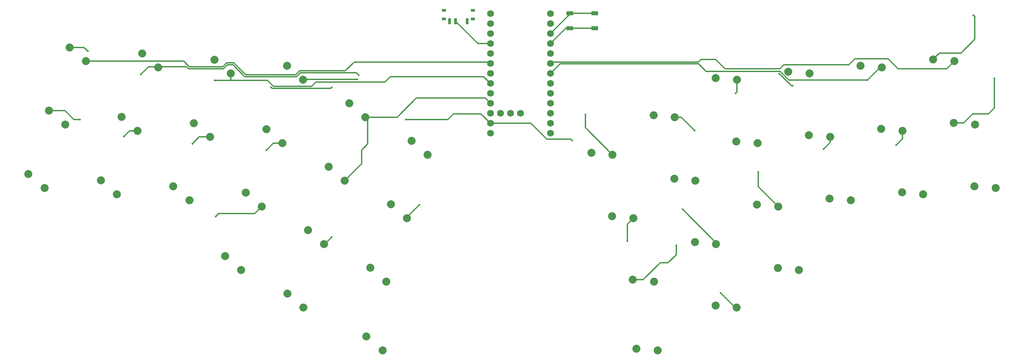
<source format=gtl>
G04 #@! TF.GenerationSoftware,KiCad,Pcbnew,8.0.4*
G04 #@! TF.CreationDate,2024-08-25T16:30:50+07:00*
G04 #@! TF.ProjectId,ozprey,6f7a7072-6579-42e6-9b69-6361645f7063,1.0*
G04 #@! TF.SameCoordinates,Original*
G04 #@! TF.FileFunction,Copper,L1,Top*
G04 #@! TF.FilePolarity,Positive*
%FSLAX46Y46*%
G04 Gerber Fmt 4.6, Leading zero omitted, Abs format (unit mm)*
G04 Created by KiCad (PCBNEW 8.0.4) date 2024-08-25 16:30:50*
%MOMM*%
%LPD*%
G01*
G04 APERTURE LIST*
G04 #@! TA.AperFunction,ComponentPad*
%ADD10C,2.032000*%
G04 #@! TD*
G04 #@! TA.AperFunction,SMDPad,CuDef*
%ADD11R,1.700000X1.000000*%
G04 #@! TD*
G04 #@! TA.AperFunction,ComponentPad*
%ADD12C,1.752600*%
G04 #@! TD*
G04 #@! TA.AperFunction,SMDPad,CuDef*
%ADD13R,1.000000X0.800000*%
G04 #@! TD*
G04 #@! TA.AperFunction,SMDPad,CuDef*
%ADD14R,0.700000X1.500000*%
G04 #@! TD*
G04 #@! TA.AperFunction,ViaPad*
%ADD15C,0.500000*%
G04 #@! TD*
G04 #@! TA.AperFunction,Conductor*
%ADD16C,0.300000*%
G04 #@! TD*
G04 APERTURE END LIST*
D10*
G04 #@! TO.P,SW40,1,1*
G04 #@! TO.N,COL11*
X258813174Y-66691004D03*
G04 #@! TO.P,SW40,2,2*
G04 #@! TO.N,Net-(D40-A)*
X253408956Y-66238872D03*
G04 #@! TD*
G04 #@! TO.P,SW37,1,1*
G04 #@! TO.N,COL10*
X240396274Y-68258904D03*
G04 #@! TO.P,SW37,2,2*
G04 #@! TO.N,Net-(D37-A)*
X234992056Y-67806772D03*
G04 #@! TD*
G04 #@! TO.P,SW34,1,1*
G04 #@! TO.N,COL9*
X221979474Y-69826804D03*
G04 #@! TO.P,SW34,2,2*
G04 #@! TO.N,Net-(D34-A)*
X216575256Y-69374672D03*
G04 #@! TD*
G04 #@! TO.P,SW30,1,1*
G04 #@! TO.N,COL8*
X203562574Y-71394704D03*
G04 #@! TO.P,SW30,2,2*
G04 #@! TO.N,Net-(D30-A)*
X198158356Y-70942572D03*
G04 #@! TD*
G04 #@! TO.P,SW26,1,1*
G04 #@! TO.N,COL7*
X187741374Y-80951404D03*
G04 #@! TO.P,SW26,2,2*
G04 #@! TO.N,Net-(D26-A)*
X182337156Y-80499272D03*
G04 #@! TD*
G04 #@! TO.P,SW22,1,1*
G04 #@! TO.N,COL6*
X171920274Y-90508104D03*
G04 #@! TO.P,SW22,2,2*
G04 #@! TO.N,Net-(D22-A)*
X166516056Y-90055972D03*
G04 #@! TD*
G04 #@! TO.P,SW18,1,1*
G04 #@! TO.N,COL5*
X124900274Y-90508104D03*
G04 #@! TO.P,SW18,2,2*
G04 #@! TO.N,Net-(D18-A)*
X120793927Y-86965802D03*
G04 #@! TD*
G04 #@! TO.P,SW14,1,1*
G04 #@! TO.N,COL4*
X109079074Y-80951404D03*
G04 #@! TO.P,SW14,2,2*
G04 #@! TO.N,Net-(D14-A)*
X104972727Y-77409102D03*
G04 #@! TD*
G04 #@! TO.P,SW10,1,1*
G04 #@! TO.N,COL3*
X93257974Y-71394704D03*
G04 #@! TO.P,SW10,2,2*
G04 #@! TO.N,Net-(D10-A)*
X89151627Y-67852402D03*
G04 #@! TD*
G04 #@! TO.P,SW7,1,1*
G04 #@! TO.N,COL2*
X74841074Y-69826804D03*
G04 #@! TO.P,SW7,2,2*
G04 #@! TO.N,Net-(D7-A)*
X70734727Y-66284502D03*
G04 #@! TD*
G04 #@! TO.P,SW4,1,1*
G04 #@! TO.N,COL1*
X56424174Y-68258904D03*
G04 #@! TO.P,SW4,2,2*
G04 #@! TO.N,Net-(D4-A)*
X52317827Y-64716602D03*
G04 #@! TD*
G04 #@! TO.P,SW1,1,1*
G04 #@! TO.N,COL0*
X38007274Y-66691004D03*
G04 #@! TO.P,SW1,2,2*
G04 #@! TO.N,Net-(D1-A)*
X33900927Y-63148702D03*
G04 #@! TD*
G04 #@! TO.P,SW41,1,1*
G04 #@! TO.N,COL11*
X264066474Y-82859004D03*
G04 #@! TO.P,SW41,2,2*
G04 #@! TO.N,Net-(D41-A)*
X258662256Y-82406872D03*
G04 #@! TD*
G04 #@! TO.P,SW38,1,1*
G04 #@! TO.N,COL10*
X245649574Y-84426904D03*
G04 #@! TO.P,SW38,2,2*
G04 #@! TO.N,Net-(D38-A)*
X240245356Y-83974772D03*
G04 #@! TD*
G04 #@! TO.P,SW35,1,1*
G04 #@! TO.N,COL9*
X227232674Y-85994704D03*
G04 #@! TO.P,SW35,2,2*
G04 #@! TO.N,Net-(D35-A)*
X221828456Y-85542572D03*
G04 #@! TD*
G04 #@! TO.P,SW31,1,1*
G04 #@! TO.N,COL8*
X208815874Y-87562604D03*
G04 #@! TO.P,SW31,2,2*
G04 #@! TO.N,Net-(D31-A)*
X203411656Y-87110472D03*
G04 #@! TD*
G04 #@! TO.P,SW27,1,1*
G04 #@! TO.N,COL7*
X192994674Y-97119404D03*
G04 #@! TO.P,SW27,2,2*
G04 #@! TO.N,Net-(D27-A)*
X187590456Y-96667272D03*
G04 #@! TD*
G04 #@! TO.P,SW23,1,1*
G04 #@! TO.N,COL6*
X177173574Y-106676104D03*
G04 #@! TO.P,SW23,2,2*
G04 #@! TO.N,Net-(D23-A)*
X171769356Y-106223972D03*
G04 #@! TD*
G04 #@! TO.P,SW19,1,1*
G04 #@! TO.N,COL5*
X119646974Y-106676104D03*
G04 #@! TO.P,SW19,2,2*
G04 #@! TO.N,Net-(D19-A)*
X115540627Y-103133802D03*
G04 #@! TD*
G04 #@! TO.P,SW15,1,1*
G04 #@! TO.N,COL4*
X103825774Y-97119404D03*
G04 #@! TO.P,SW15,2,2*
G04 #@! TO.N,Net-(D15-A)*
X99719427Y-93577102D03*
G04 #@! TD*
G04 #@! TO.P,SW11,1,1*
G04 #@! TO.N,COL3*
X88004674Y-87562604D03*
G04 #@! TO.P,SW11,2,2*
G04 #@! TO.N,Net-(D11-A)*
X83898327Y-84020302D03*
G04 #@! TD*
G04 #@! TO.P,SW8,1,1*
G04 #@! TO.N,COL2*
X69587774Y-85994704D03*
G04 #@! TO.P,SW8,2,2*
G04 #@! TO.N,Net-(D8-A)*
X65481427Y-82452402D03*
G04 #@! TD*
G04 #@! TO.P,SW5,1,1*
G04 #@! TO.N,COL1*
X51170874Y-84426904D03*
G04 #@! TO.P,SW5,2,2*
G04 #@! TO.N,Net-(D5-A)*
X47064527Y-80884602D03*
G04 #@! TD*
G04 #@! TO.P,SW2,1,1*
G04 #@! TO.N,COL0*
X32753974Y-82859004D03*
G04 #@! TO.P,SW2,2,2*
G04 #@! TO.N,Net-(D2-A)*
X28647627Y-79316702D03*
G04 #@! TD*
G04 #@! TO.P,SW42,1,1*
G04 #@! TO.N,COL11*
X269319774Y-99027004D03*
G04 #@! TO.P,SW42,2,2*
G04 #@! TO.N,Net-(D42-A)*
X263915556Y-98574872D03*
G04 #@! TD*
G04 #@! TO.P,SW39,1,1*
G04 #@! TO.N,COL10*
X250902874Y-100594804D03*
G04 #@! TO.P,SW39,2,2*
G04 #@! TO.N,Net-(D39-A)*
X245498656Y-100142672D03*
G04 #@! TD*
G04 #@! TO.P,SW36,1,1*
G04 #@! TO.N,COL9*
X232485974Y-102162704D03*
G04 #@! TO.P,SW36,2,2*
G04 #@! TO.N,Net-(D36-A)*
X227081756Y-101710572D03*
G04 #@! TD*
G04 #@! TO.P,SW32,1,1*
G04 #@! TO.N,COL8*
X214069074Y-103730604D03*
G04 #@! TO.P,SW32,2,2*
G04 #@! TO.N,Net-(D32-A)*
X208664856Y-103278472D03*
G04 #@! TD*
G04 #@! TO.P,SW28,1,1*
G04 #@! TO.N,COL7*
X198247974Y-113287304D03*
G04 #@! TO.P,SW28,2,2*
G04 #@! TO.N,Net-(D28-A)*
X192843756Y-112835172D03*
G04 #@! TD*
G04 #@! TO.P,SW24,1,1*
G04 #@! TO.N,COL6*
X182426874Y-122844104D03*
G04 #@! TO.P,SW24,2,2*
G04 #@! TO.N,Net-(D24-A)*
X177022656Y-122391972D03*
G04 #@! TD*
G04 #@! TO.P,SW20,1,1*
G04 #@! TO.N,COL5*
X114393674Y-122844104D03*
G04 #@! TO.P,SW20,2,2*
G04 #@! TO.N,Net-(D20-A)*
X110287327Y-119301802D03*
G04 #@! TD*
G04 #@! TO.P,SW16,1,1*
G04 #@! TO.N,COL4*
X98572474Y-113287304D03*
G04 #@! TO.P,SW16,2,2*
G04 #@! TO.N,Net-(D16-A)*
X94466127Y-109745002D03*
G04 #@! TD*
G04 #@! TO.P,SW12,1,1*
G04 #@! TO.N,COL3*
X82751374Y-103730604D03*
G04 #@! TO.P,SW12,2,2*
G04 #@! TO.N,Net-(D12-A)*
X78645027Y-100188302D03*
G04 #@! TD*
G04 #@! TO.P,SW9,1,1*
G04 #@! TO.N,COL2*
X64334474Y-102162704D03*
G04 #@! TO.P,SW9,2,2*
G04 #@! TO.N,Net-(D9-A)*
X60228127Y-98620402D03*
G04 #@! TD*
G04 #@! TO.P,SW6,1,1*
G04 #@! TO.N,COL1*
X45917574Y-100594804D03*
G04 #@! TO.P,SW6,2,2*
G04 #@! TO.N,Net-(D6-A)*
X41811227Y-97052502D03*
G04 #@! TD*
G04 #@! TO.P,SW3,1,1*
G04 #@! TO.N,COL0*
X27500674Y-99027004D03*
G04 #@! TO.P,SW3,2,2*
G04 #@! TO.N,Net-(D3-A)*
X23394327Y-95484702D03*
G04 #@! TD*
G04 #@! TO.P,SW33,1,1*
G04 #@! TO.N,COL8*
X219322374Y-119898504D03*
G04 #@! TO.P,SW33,2,2*
G04 #@! TO.N,Net-(D33-A)*
X213918156Y-119446372D03*
G04 #@! TD*
G04 #@! TO.P,SW29,1,1*
G04 #@! TO.N,COL7*
X203501274Y-129455304D03*
G04 #@! TO.P,SW29,2,2*
G04 #@! TO.N,Net-(D29-A)*
X198097056Y-129003172D03*
G04 #@! TD*
G04 #@! TO.P,SW21,1,1*
G04 #@! TO.N,COL5*
X113420174Y-140402604D03*
G04 #@! TO.P,SW21,2,2*
G04 #@! TO.N,Net-(D21-A)*
X109313827Y-136860302D03*
G04 #@! TD*
G04 #@! TO.P,SW17,1,1*
G04 #@! TO.N,COL4*
X93319274Y-129455304D03*
G04 #@! TO.P,SW17,2,2*
G04 #@! TO.N,Net-(D17-A)*
X89212927Y-125913002D03*
G04 #@! TD*
G04 #@! TO.P,SW25,1,1*
G04 #@! TO.N,COL6*
X183400374Y-140402604D03*
G04 #@! TO.P,SW25,2,2*
G04 #@! TO.N,Net-(D25-A)*
X177996156Y-139950472D03*
G04 #@! TD*
G04 #@! TO.P,SW13,1,1*
G04 #@! TO.N,COL3*
X77498074Y-119898504D03*
G04 #@! TO.P,SW13,2,2*
G04 #@! TO.N,Net-(D13-A)*
X73391727Y-116356202D03*
G04 #@! TD*
D11*
G04 #@! TO.P,SW_RST1,1,1*
G04 #@! TO.N,GND*
X161065469Y-54477832D03*
X167365469Y-54477832D03*
G04 #@! TO.P,SW_RST1,2,2*
G04 #@! TO.N,RST*
X161065469Y-58277832D03*
X167365469Y-58277832D03*
G04 #@! TD*
D12*
G04 #@! TO.P,U1,1,TX0/P0.06*
G04 #@! TO.N,unconnected-(U1-TX0{slash}P0.06-Pad1)*
X140881074Y-57129672D03*
G04 #@! TO.P,U1,2,RX1/P0.08*
G04 #@! TO.N,unconnected-(U1-RX1{slash}P0.08-Pad2)*
X140881074Y-59669672D03*
G04 #@! TO.P,U1,3,GND*
G04 #@! TO.N,GND*
X140881074Y-62209672D03*
G04 #@! TO.P,U1,4,GND*
X140881074Y-64749672D03*
G04 #@! TO.P,U1,5,P0.17*
G04 #@! TO.N,COL0*
X140881074Y-67289672D03*
G04 #@! TO.P,U1,6,P0.20*
G04 #@! TO.N,COL1*
X140881074Y-69829672D03*
G04 #@! TO.P,U1,7,P0.22*
G04 #@! TO.N,COL2*
X140881074Y-72369672D03*
G04 #@! TO.P,U1,8,P0.24*
G04 #@! TO.N,COL3*
X140881074Y-74909672D03*
G04 #@! TO.P,U1,9,P1.00*
G04 #@! TO.N,COL4*
X140881074Y-77449672D03*
G04 #@! TO.P,U1,10,P0.11*
G04 #@! TO.N,COL5*
X140881074Y-79989672D03*
G04 #@! TO.P,U1,11,P1.04*
G04 #@! TO.N,ROW0*
X140881074Y-82529672D03*
G04 #@! TO.P,U1,12,P1.06*
G04 #@! TO.N,ROW1*
X140881074Y-85069672D03*
G04 #@! TO.P,U1,13,NFC1/P0.09*
G04 #@! TO.N,ROW3*
X156121074Y-85069672D03*
G04 #@! TO.P,U1,14,NFC2/P0.10*
G04 #@! TO.N,ROW2*
X156121074Y-82529672D03*
G04 #@! TO.P,U1,15,P1.11*
G04 #@! TO.N,COL6*
X156121074Y-79989672D03*
G04 #@! TO.P,U1,16,P1.13*
G04 #@! TO.N,COL7*
X156121074Y-77449672D03*
G04 #@! TO.P,U1,17,P1.15*
G04 #@! TO.N,COL8*
X156121074Y-74909672D03*
G04 #@! TO.P,U1,18,AIN0/P0.02*
G04 #@! TO.N,COL9*
X156121074Y-72369672D03*
G04 #@! TO.P,U1,19,AIN5/P0.29*
G04 #@! TO.N,COL10*
X156121074Y-69829672D03*
G04 #@! TO.P,U1,20,AIN7/P0.31*
G04 #@! TO.N,COL11*
X156121074Y-67289672D03*
G04 #@! TO.P,U1,21,VCC*
G04 #@! TO.N,3.3V*
X156121074Y-64749672D03*
G04 #@! TO.P,U1,22,RST*
G04 #@! TO.N,RST*
X156121074Y-62209672D03*
G04 #@! TO.P,U1,23,GND*
G04 #@! TO.N,GND*
X156121074Y-59669672D03*
G04 #@! TO.P,U1,24,BATIN/P0.04*
G04 #@! TO.N,RAW*
X156121074Y-57129672D03*
G04 #@! TO.P,U1,30*
G04 #@! TO.N,N/C*
X140881074Y-54589672D03*
G04 #@! TO.P,U1,31,P1.01*
G04 #@! TO.N,unconnected-(U1-P1.01-Pad31)*
X143421074Y-79989672D03*
G04 #@! TO.P,U1,32,P1.02*
G04 #@! TO.N,unconnected-(U1-P1.02-Pad32)*
X145961074Y-79989672D03*
G04 #@! TO.P,U1,33,P1.07*
G04 #@! TO.N,unconnected-(U1-P1.07-Pad33)*
X148501074Y-79989672D03*
G04 #@! TO.P,U1,34*
G04 #@! TO.N,N/C*
X156121074Y-54589672D03*
G04 #@! TD*
D13*
G04 #@! TO.P,SW_PWR1,*
G04 #@! TO.N,*
X136365469Y-55879672D03*
X136365469Y-53669672D03*
X129065469Y-55879672D03*
X129065469Y-53669672D03*
D14*
G04 #@! TO.P,SW_PWR1,1,A*
G04 #@! TO.N,unconnected-(SW_PWR1-A-Pad1)*
X134965469Y-56529672D03*
G04 #@! TO.P,SW_PWR1,2,B*
G04 #@! TO.N,GND*
X131965469Y-56529672D03*
G04 #@! TO.P,SW_PWR1,3,C*
G04 #@! TO.N,Net-(BATT1--)*
X130465469Y-56529672D03*
G04 #@! TD*
D15*
G04 #@! TO.N,Net-(D1-A)*
X38501043Y-64099704D03*
G04 #@! TO.N,Net-(D2-A)*
X36501043Y-81599704D03*
G04 #@! TO.N,Net-(D24-A)*
X188121174Y-113674172D03*
G04 #@! TO.N,Net-(D40-A)*
X263701153Y-54956194D03*
G04 #@! TO.N,Net-(D41-A)*
X269001043Y-71099704D03*
G04 #@! TO.N,ROW0*
X85068574Y-73351972D03*
X161601043Y-86883588D03*
X119394374Y-81526872D03*
X100501043Y-73351972D03*
G04 #@! TO.N,COL1*
X51976974Y-70020672D03*
X107394974Y-70205773D03*
X47670074Y-85866772D03*
G04 #@! TO.N,COL2*
X65082574Y-87756372D03*
X70819174Y-71592872D03*
G04 #@! TO.N,COL3*
X107016874Y-71303172D03*
X83935974Y-89324372D03*
X71001043Y-106305503D03*
G04 #@! TO.N,COL4*
X100484874Y-111563272D03*
G04 #@! TO.N,COL5*
X122746192Y-103344853D03*
G04 #@! TO.N,COL6*
X165001043Y-80296412D03*
X175650274Y-112586072D03*
G04 #@! TO.N,COL7*
X192773074Y-84343072D03*
X199373675Y-125727072D03*
X189767774Y-104464272D03*
G04 #@! TO.N,COL8*
X209005174Y-94935872D03*
X203248143Y-74846804D03*
G04 #@! TO.N,COL9*
X225541774Y-89086872D03*
X214276574Y-69844172D03*
X217683574Y-72964172D03*
G04 #@! TO.N,COL10*
X244001043Y-88099704D03*
X236720074Y-71499704D03*
G04 #@! TO.N,Net-(BATT1--)*
X130426129Y-56772979D03*
G04 #@! TD*
D16*
G04 #@! TO.N,COL11*
X258813174Y-66691005D02*
X256904475Y-68599704D01*
X256904475Y-68599704D02*
X244501043Y-68599704D01*
X233501043Y-66099704D02*
X232001043Y-67599704D01*
X232001043Y-67599704D02*
X215501043Y-67599704D01*
X244501043Y-68599704D02*
X242001043Y-66099704D01*
X214501043Y-68599704D02*
X200501043Y-68599704D01*
X242001043Y-66099704D02*
X233501043Y-66099704D01*
X198133504Y-66232165D02*
X194361136Y-66232165D01*
X156532914Y-66877832D02*
X156121074Y-67289672D01*
X215501043Y-67599704D02*
X214501043Y-68599704D01*
X200501043Y-68599704D02*
X198133504Y-66232165D01*
X193715469Y-66877832D02*
X156532914Y-66877832D01*
X194361136Y-66232165D02*
X193715469Y-66877832D01*
G04 #@! TO.N,COL10*
X236720074Y-71499704D02*
X216768472Y-71499704D01*
X216768472Y-71499704D02*
X214876574Y-69607806D01*
X214876574Y-69607806D02*
X214876574Y-69595643D01*
X193779171Y-67377832D02*
X158572914Y-67377832D01*
X214876574Y-69595643D02*
X214525103Y-69244172D01*
X214525103Y-69244172D02*
X195645511Y-69244172D01*
X195645511Y-69244172D02*
X193779171Y-67377832D01*
X158572914Y-67377832D02*
X156121074Y-69829672D01*
G04 #@! TO.N,COL0*
X38007274Y-66690972D02*
X62897074Y-66690972D01*
X92353994Y-69099704D02*
X104001043Y-69099704D01*
X62897074Y-66690972D02*
X64305806Y-68099704D01*
X91353994Y-70099704D02*
X92353994Y-69099704D01*
X64305806Y-68099704D02*
X72793937Y-68099704D01*
X72793937Y-68099704D02*
X73501043Y-67392597D01*
X73501043Y-67392597D02*
X73793936Y-67099704D01*
X73793936Y-67099704D02*
X75625080Y-67099704D01*
X75625080Y-67099704D02*
X78625080Y-70099704D01*
X78625080Y-70099704D02*
X91353994Y-70099704D01*
X140469234Y-66877832D02*
X140881074Y-67289672D01*
X104001043Y-69099704D02*
X106222915Y-66877832D01*
X106222915Y-66877832D02*
X140469234Y-66877832D01*
G04 #@! TO.N,GND*
X161065469Y-54477832D02*
X167365469Y-54477832D01*
X161065469Y-54477832D02*
X161065469Y-54725277D01*
X161065469Y-54725277D02*
X156121074Y-59669672D01*
X137645469Y-62209672D02*
X140881074Y-62209672D01*
X131965469Y-56529672D02*
X137645469Y-62209672D01*
G04 #@! TO.N,Net-(D1-A)*
X37550011Y-63148672D02*
X33900974Y-63148672D01*
X38501043Y-64099704D02*
X37550011Y-63148672D01*
G04 #@! TO.N,Net-(D2-A)*
X35001043Y-81599704D02*
X32718041Y-79316702D01*
X36501043Y-81599704D02*
X35001043Y-81599704D01*
X32718041Y-79316702D02*
X28647627Y-79316702D01*
G04 #@! TO.N,Net-(D24-A)*
X186040975Y-118059772D02*
X188121174Y-115979573D01*
X184040975Y-118059772D02*
X186040975Y-118059772D01*
X188121174Y-115979573D02*
X188121174Y-113674172D01*
X177022674Y-122391972D02*
X179708775Y-122391972D01*
X179708775Y-122391972D02*
X184040975Y-118059772D01*
G04 #@! TO.N,Net-(D40-A)*
X264001043Y-61099704D02*
X264001043Y-55256084D01*
X253408956Y-66191791D02*
X255001043Y-64599704D01*
X253408956Y-66238872D02*
X253408956Y-66191791D01*
X260501043Y-64599704D02*
X264001043Y-61099704D01*
X264001043Y-55256084D02*
X263701153Y-54956194D01*
X255001043Y-64599704D02*
X260501043Y-64599704D01*
G04 #@! TO.N,Net-(D41-A)*
X269001043Y-71099704D02*
X269001043Y-78599704D01*
X267501043Y-80099704D02*
X263501043Y-80099704D01*
X261193875Y-82406872D02*
X258662256Y-82406872D01*
X269001043Y-78599704D02*
X267501043Y-80099704D01*
X263501043Y-80099704D02*
X261193875Y-82406872D01*
G04 #@! TO.N,ROW0*
X85316306Y-73599704D02*
X85068574Y-73351972D01*
X161601043Y-86883588D02*
X161317159Y-86599704D01*
X100501043Y-73351972D02*
X100253311Y-73599704D01*
X138451106Y-80099704D02*
X140881074Y-82529672D01*
X131501043Y-80099704D02*
X138451106Y-80099704D01*
X119394374Y-81526872D02*
X130073875Y-81526872D01*
X155226074Y-86599704D02*
X151156042Y-82529672D01*
X100253311Y-73599704D02*
X85316306Y-73599704D01*
X130073875Y-81526872D02*
X131501043Y-80099704D01*
X161317159Y-86599704D02*
X155226074Y-86599704D01*
X151156042Y-82529672D02*
X140881074Y-82529672D01*
G04 #@! TO.N,COL1*
X78417974Y-70599704D02*
X75417974Y-67599704D01*
X75417974Y-67599704D02*
X74001043Y-67599704D01*
X107394974Y-70205773D02*
X106788905Y-69599704D01*
X92561101Y-69599704D02*
X91561101Y-70599704D01*
X73001043Y-68599704D02*
X64098699Y-68599704D01*
X49109974Y-84426872D02*
X47670074Y-85866772D01*
X51170874Y-84426872D02*
X49109974Y-84426872D01*
X91561101Y-70599704D02*
X78417974Y-70599704D01*
X74001043Y-67599704D02*
X73001043Y-68599704D01*
X53897942Y-68099704D02*
X51976974Y-70020672D01*
X63598699Y-68099704D02*
X53897942Y-68099704D01*
X106788905Y-69599704D02*
X92561101Y-69599704D01*
X64098699Y-68599704D02*
X63598699Y-68099704D01*
G04 #@! TO.N,COL2*
X115449517Y-70599704D02*
X114053849Y-71995372D01*
X140881074Y-72369672D02*
X139111106Y-70599704D01*
X74841074Y-71592872D02*
X70819174Y-71592872D01*
X96552174Y-71995372D02*
X95447842Y-73099704D01*
X139111106Y-70599704D02*
X115449517Y-70599704D01*
X85667206Y-73099704D02*
X84160374Y-71592872D01*
X114053849Y-71995372D02*
X96552174Y-71995372D01*
X69587774Y-85994672D02*
X66844274Y-85994672D01*
X66844274Y-85994672D02*
X65082574Y-87756372D01*
X74841074Y-71592872D02*
X74841074Y-69826772D01*
X84160374Y-71592872D02*
X74841074Y-71592872D01*
X95447842Y-73099704D02*
X85667206Y-73099704D01*
G04 #@! TO.N,COL3*
X71001043Y-106305503D02*
X71746874Y-105559672D01*
X80922274Y-105559672D02*
X82751374Y-103730572D01*
X93349474Y-71303172D02*
X93257974Y-71394672D01*
X107016874Y-71303172D02*
X93349474Y-71303172D01*
X85697774Y-87562572D02*
X83935974Y-89324372D01*
X88004674Y-87562572D02*
X85697774Y-87562572D01*
X71746874Y-105559672D02*
X80922274Y-105559672D01*
G04 #@! TO.N,COL4*
X109653174Y-87759272D02*
X108091574Y-89320872D01*
X139531106Y-76099704D02*
X122001043Y-76099704D01*
X98572474Y-113287272D02*
X98760874Y-113287272D01*
X109653174Y-80951372D02*
X109653174Y-87759272D01*
X109653174Y-80951372D02*
X109079074Y-80951372D01*
X122001043Y-76099704D02*
X117149375Y-80951372D01*
X140881074Y-77449672D02*
X139531106Y-76099704D01*
X98760874Y-113287272D02*
X100484874Y-111563272D01*
X108091574Y-92853572D02*
X103825774Y-97119372D01*
X117149375Y-80951372D02*
X109653174Y-80951372D01*
X108091574Y-89320872D02*
X108091574Y-92853572D01*
G04 #@! TO.N,COL5*
X122746192Y-103344854D02*
X119646974Y-106444072D01*
X119646974Y-106444072D02*
X119646974Y-106676072D01*
X122746192Y-103344853D02*
X122746192Y-103344854D01*
G04 #@! TO.N,COL6*
X165001043Y-83588874D02*
X171920274Y-90508105D01*
X177173574Y-106676105D02*
X175650274Y-108199405D01*
X175650274Y-108199405D02*
X175650274Y-112586072D01*
X165001043Y-80296412D02*
X165001043Y-83588874D01*
G04 #@! TO.N,COL7*
X199373675Y-125727072D02*
X203101875Y-129455272D01*
X198247974Y-113287272D02*
X198247974Y-112944472D01*
X198247974Y-112944472D02*
X189767774Y-104464272D01*
X187741374Y-80951372D02*
X189381374Y-80951372D01*
X189381374Y-80951372D02*
X192773074Y-84343072D01*
X203101875Y-129455272D02*
X203501274Y-129455272D01*
G04 #@! TO.N,COL8*
X209005174Y-98666672D02*
X209005174Y-94935872D01*
X203562574Y-71394672D02*
X203562574Y-74532373D01*
X203562574Y-74532373D02*
X203248143Y-74846804D01*
X214069074Y-103730572D02*
X209005174Y-98666672D01*
G04 #@! TO.N,COL9*
X217396574Y-72964172D02*
X217683574Y-72964172D01*
X227232674Y-87395972D02*
X225541774Y-89086872D01*
X227232674Y-85994672D02*
X227232674Y-87395972D01*
X214276574Y-69844172D02*
X217396574Y-72964172D01*
G04 #@! TO.N,COL10*
X244001043Y-88099704D02*
X245649574Y-86451173D01*
X240396274Y-68258905D02*
X240396274Y-68258872D01*
X245649574Y-86451173D02*
X245649574Y-84426872D01*
X236720074Y-71499704D02*
X239960873Y-68258905D01*
X239960873Y-68258905D02*
X240396274Y-68258905D01*
G04 #@! TO.N,RST*
X161065469Y-58277832D02*
X160052914Y-58277832D01*
X160052914Y-58277832D02*
X156121074Y-62209672D01*
X161065469Y-58277832D02*
X167365469Y-58277832D01*
G04 #@! TD*
M02*

</source>
